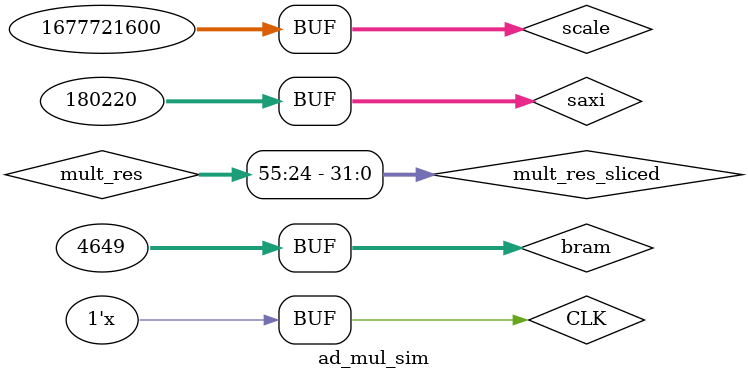
<source format=v>
`timescale 1ns / 1ps


module ad_mul_sim();

//wire [31:0] S;
reg [31:0] saxi, bram, scale;

wire [63:0] mult_res;
wire[31:0] add_res, mult_res_sliced;

reg CLK;

assign mult_res_sliced = mult_res[55:24];

initial begin
bram = 32'h00001229;
saxi = 32'h0002bffc;
scale = 32'h64000000;

CLK = 1'b0;

end


always #10 CLK = ~CLK;

mult_gen_0 mult (
  .CLK(CLK),  // input wire CLK
  .A(bram),      // input wire [31 : 0] A
  .B(scale),      // input wire [31 : 0] B
  .P(mult_res)      // output wire [63 : 0] P
);

c_addsub_0 adder(
  .A(mult_res_sliced),      // input wire [31 : 0] A
  .B(saxi),      // input wire [31 : 0] B
  .CLK(CLK),  // input wire CLK
  .S(add_res)      // output wire [31 : 0] S
); 
endmodule

</source>
